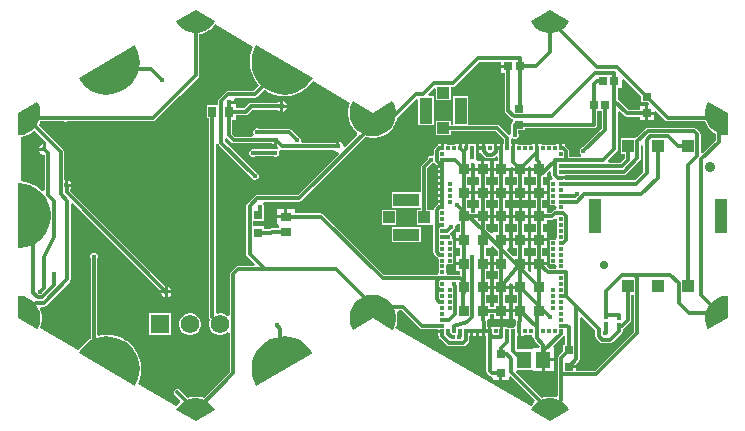
<source format=gbr>
G04*
G04 #@! TF.GenerationSoftware,Altium Limited,Altium Designer,25.8.1 (18)*
G04*
G04 Layer_Physical_Order=1*
G04 Layer_Color=255*
%FSLAX44Y44*%
%MOMM*%
G71*
G04*
G04 #@! TF.SameCoordinates,2BA7E10B-6E93-4220-B227-DF091A9E169F*
G04*
G04*
G04 #@! TF.FilePolarity,Positive*
G04*
G01*
G75*
%ADD18R,0.3000X0.5556*%
%ADD19R,0.3048X0.3048*%
%ADD20R,0.8128X0.8128*%
%ADD21R,0.3048X0.3048*%
%ADD22R,0.8000X0.6556*%
%ADD23R,1.2546X1.4562*%
%ADD24R,0.7000X0.7000*%
%ADD25R,0.9906X1.0922*%
%ADD26R,0.6400X0.8900*%
%ADD27R,0.7000X0.6500*%
G04:AMPARAMS|DCode=28|XSize=1mm|YSize=1mm|CornerRadius=0.5mm|HoleSize=0mm|Usage=FLASHONLY|Rotation=90.000|XOffset=0mm|YOffset=0mm|HoleType=Round|Shape=RoundedRectangle|*
%AMROUNDEDRECTD28*
21,1,1.0000,0.0000,0,0,90.0*
21,1,0.0000,1.0000,0,0,90.0*
1,1,1.0000,0.0000,0.0000*
1,1,1.0000,0.0000,0.0000*
1,1,1.0000,0.0000,0.0000*
1,1,1.0000,0.0000,0.0000*
%
%ADD28ROUNDEDRECTD28*%
%ADD29R,0.9500X0.8000*%
%ADD30R,0.7800X0.7400*%
%ADD31R,0.9906X2.9972*%
G04:AMPARAMS|DCode=32|XSize=1mm|YSize=1mm|CornerRadius=0.5mm|HoleSize=0mm|Usage=FLASHONLY|Rotation=30.000|XOffset=0mm|YOffset=0mm|HoleType=Round|Shape=RoundedRectangle|*
%AMROUNDEDRECTD32*
21,1,1.0000,0.0000,0,0,30.0*
21,1,0.0000,1.0000,0,0,30.0*
1,1,1.0000,0.0000,0.0000*
1,1,1.0000,0.0000,0.0000*
1,1,1.0000,0.0000,0.0000*
1,1,1.0000,0.0000,0.0000*
%
%ADD32ROUNDEDRECTD32*%
G04:AMPARAMS|DCode=33|XSize=1mm|YSize=1mm|CornerRadius=0.5mm|HoleSize=0mm|Usage=FLASHONLY|Rotation=150.000|XOffset=0mm|YOffset=0mm|HoleType=Round|Shape=RoundedRectangle|*
%AMROUNDEDRECTD33*
21,1,1.0000,0.0000,0,0,150.0*
21,1,0.0000,1.0000,0,0,150.0*
1,1,1.0000,0.0000,0.0000*
1,1,1.0000,0.0000,0.0000*
1,1,1.0000,0.0000,0.0000*
1,1,1.0000,0.0000,0.0000*
%
%ADD33ROUNDEDRECTD33*%
%ADD34R,0.8000X0.8000*%
%ADD41C,0.8890*%
%ADD42C,0.7112*%
%ADD43C,1.5700*%
%ADD44R,1.5700X1.5700*%
%ADD46R,0.9906X0.9906*%
%ADD47R,1.0414X2.2098*%
%ADD48R,0.9906X0.9906*%
%ADD49R,2.2098X1.0414*%
%ADD50C,0.3000*%
%ADD51C,0.4000*%
G36*
X163910Y164387D02*
X163116Y162923D01*
X161034Y160324D01*
X158522Y158138D01*
X155660Y156435D01*
X152541Y155268D01*
X149264Y154675D01*
X145934D01*
X142657Y155268D01*
X139538Y156435D01*
X136677Y158138D01*
X134165Y160324D01*
X132082Y162923D01*
X131289Y164387D01*
X131289Y164387D01*
X147599Y173778D01*
X163910Y164387D01*
D02*
G37*
G36*
X-136089D02*
X-136883Y162923D01*
X-138966Y160324D01*
X-141478Y158138D01*
X-144339Y156435D01*
X-147458Y155268D01*
X-150735Y154675D01*
X-154065D01*
X-157342Y155268D01*
X-160461Y156435D01*
X-163322Y158138D01*
X-165834Y160324D01*
X-167917Y162923D01*
X-168711Y164387D01*
X-168710Y164387D01*
X-152400Y173778D01*
X-136089Y164387D01*
D02*
G37*
G36*
X-103440Y142849D02*
X-103428Y142764D01*
X-105066Y138701D01*
X-105065Y138586D01*
X-105132Y138493D01*
X-106106Y134221D01*
X-106087Y134108D01*
X-106138Y134005D01*
X-106424Y129633D01*
X-106387Y129525D01*
X-106421Y129415D01*
X-106012Y125053D01*
X-105958Y124951D01*
X-105974Y124838D01*
X-104880Y120595D01*
X-104811Y120504D01*
X-104809Y120389D01*
X-103057Y116373D01*
X-102975Y116293D01*
X-102955Y116181D01*
X-100590Y112492D01*
X-100496Y112427D01*
X-100458Y112319D01*
X-98579Y110215D01*
X-103457Y105337D01*
X-124816D01*
X-125897Y105122D01*
X-126813Y104510D01*
X-126813Y104510D01*
X-132553Y98770D01*
X-133166Y97854D01*
X-133380Y96773D01*
X-133380Y96773D01*
Y95564D01*
X-133715Y93703D01*
X-142655D01*
Y82263D01*
X-141010D01*
Y59989D01*
X-141455Y58913D01*
Y57612D01*
X-141010Y56536D01*
Y-85545D01*
X-141010Y-85545D01*
X-140795Y-86626D01*
X-140182Y-87542D01*
X-139767Y-87957D01*
X-140127Y-88581D01*
X-140749Y-90901D01*
Y-93302D01*
X-140127Y-95622D01*
X-138926Y-97701D01*
X-137228Y-99399D01*
X-135149Y-100600D01*
X-132829Y-101222D01*
X-130428D01*
X-128108Y-100600D01*
X-126029Y-99399D01*
X-125475Y-98845D01*
X-123475Y-99674D01*
Y-132279D01*
X-145666Y-154471D01*
X-146976Y-153980D01*
X-147105Y-153985D01*
X-147213Y-153915D01*
X-150490Y-153322D01*
X-150616Y-153349D01*
X-150735Y-153300D01*
X-154065D01*
X-154184Y-153349D01*
X-154310Y-153322D01*
X-157587Y-153915D01*
X-157695Y-153985D01*
X-157824Y-153980D01*
X-159135Y-154471D01*
X-165897Y-147708D01*
X-166813Y-147096D01*
X-167894Y-146881D01*
X-168975Y-147096D01*
X-169891Y-147708D01*
X-170504Y-148624D01*
X-170718Y-149705D01*
X-170504Y-150786D01*
X-169891Y-151702D01*
X-165404Y-156189D01*
X-165473Y-158188D01*
X-166737Y-159288D01*
X-166794Y-159403D01*
X-166907Y-159465D01*
X-168702Y-161704D01*
X-201360Y-142849D01*
X-201372Y-142764D01*
X-199734Y-138701D01*
X-199735Y-138586D01*
X-199668Y-138493D01*
X-198694Y-134221D01*
X-198713Y-134108D01*
X-198662Y-134005D01*
X-198376Y-129633D01*
X-198413Y-129525D01*
X-198379Y-129415D01*
X-198788Y-125053D01*
X-198842Y-124951D01*
X-198826Y-124838D01*
X-199920Y-120595D01*
X-199989Y-120504D01*
X-199991Y-120389D01*
X-201742Y-116373D01*
X-201825Y-116293D01*
X-201845Y-116181D01*
X-204210Y-112492D01*
X-204305Y-112427D01*
X-204342Y-112319D01*
X-207261Y-109051D01*
X-207365Y-109001D01*
X-207419Y-108900D01*
X-210818Y-106136D01*
X-210928Y-106103D01*
X-210998Y-106012D01*
X-214791Y-103820D01*
X-214905Y-103805D01*
X-214988Y-103727D01*
X-219081Y-102163D01*
X-219196Y-102166D01*
X-219290Y-102101D01*
X-223579Y-101204D01*
X-223692Y-101226D01*
X-223796Y-101177D01*
X-228172Y-100970D01*
X-228280Y-101009D01*
X-228390Y-100977D01*
X-232744Y-101465D01*
X-232845Y-101521D01*
X-232958Y-101507D01*
X-234090Y-101821D01*
X-235682Y-100610D01*
Y-36526D01*
X-235236Y-35450D01*
Y-34149D01*
X-235734Y-32947D01*
X-236654Y-32027D01*
X-237856Y-31529D01*
X-239157D01*
X-240359Y-32027D01*
X-241278Y-32947D01*
X-241776Y-34149D01*
Y-35450D01*
X-241331Y-36526D01*
Y-104560D01*
X-241369Y-104577D01*
X-241447Y-104661D01*
X-241559Y-104683D01*
X-245204Y-107115D01*
X-245268Y-107210D01*
X-245375Y-107250D01*
X-248589Y-110228D01*
X-248637Y-110332D01*
X-248737Y-110388D01*
X-251439Y-113837D01*
X-251540Y-113878D01*
X-284290Y-94970D01*
X-283249Y-92297D01*
X-283251Y-92168D01*
X-283180Y-92061D01*
X-282543Y-88792D01*
X-282569Y-88666D01*
X-282518Y-88548D01*
X-282473Y-85218D01*
X-282521Y-85098D01*
X-282492Y-84973D01*
X-283040Y-81688D01*
X-283109Y-81579D01*
X-283102Y-81451D01*
X-283957Y-79069D01*
X-282989Y-77297D01*
X-282712Y-77069D01*
X-281073D01*
X-281073Y-77069D01*
X-279992Y-76854D01*
X-279076Y-76242D01*
X-259029Y-56194D01*
X-258417Y-55278D01*
X-258202Y-54197D01*
X-258202Y-54197D01*
Y9531D01*
X-256354Y10296D01*
X-182556Y-63501D01*
X-178562D01*
Y-59507D01*
X-258849Y20780D01*
Y22053D01*
X-258016Y22886D01*
X-257477Y24188D01*
X-261865D01*
Y25458D01*
X-263135D01*
Y30243D01*
X-263810Y30695D01*
Y53767D01*
X-263810Y53767D01*
X-264025Y54848D01*
X-264638Y55764D01*
X-285296Y76422D01*
X-284331Y78093D01*
X-284314Y78221D01*
X-284227Y78316D01*
X-283703Y79776D01*
X-264363D01*
X-263287Y79331D01*
X-261986D01*
X-260910Y79776D01*
X-188417D01*
X-188416Y79776D01*
X-187335Y79991D01*
X-186419Y80604D01*
X-165897Y101126D01*
X-150403Y116620D01*
X-150403Y116620D01*
X-149791Y117536D01*
X-149576Y118617D01*
Y153488D01*
X-147213Y153915D01*
X-147105Y153985D01*
X-146976Y153980D01*
X-143857Y155147D01*
X-143763Y155235D01*
X-143636Y155254D01*
X-140774Y156957D01*
X-140697Y157060D01*
X-140575Y157101D01*
X-138063Y159288D01*
X-138006Y159403D01*
X-137893Y159465D01*
X-136098Y161704D01*
X-103440Y142849D01*
D02*
G37*
G36*
X105874Y127765D02*
X112313D01*
Y125225D01*
X105874D01*
Y120255D01*
X109489D01*
Y88853D01*
X109489Y88853D01*
X109704Y87772D01*
X110316Y86856D01*
X115097Y82076D01*
X116013Y81463D01*
X116189Y81428D01*
X116362Y80890D01*
X116400Y79347D01*
X115859Y78985D01*
X115246Y78069D01*
X115031Y76988D01*
Y70051D01*
X114673Y69186D01*
X113718Y68745D01*
X112586Y68445D01*
X105040Y75991D01*
X104123Y76603D01*
X103042Y76818D01*
X103042Y76818D01*
X78592D01*
Y101172D01*
X65638D01*
Y76818D01*
X63606D01*
Y80217D01*
X51160D01*
Y67771D01*
X63606D01*
Y71170D01*
X101873D01*
X108764Y64278D01*
Y60893D01*
X107859D01*
Y56829D01*
X105319D01*
Y60893D01*
X102859D01*
Y56829D01*
X100319D01*
Y60893D01*
X97525D01*
Y60893D01*
X95653D01*
Y60893D01*
X92859D01*
Y56829D01*
X90319D01*
Y60893D01*
X87859D01*
Y56829D01*
Y52765D01*
X89320D01*
X89592Y52358D01*
X92640Y49310D01*
X92640Y49310D01*
X93556Y48698D01*
X94637Y48482D01*
X94637Y48483D01*
X98806D01*
X98806Y48482D01*
X99887Y48698D01*
X100803Y49310D01*
X101765Y50272D01*
X103765Y49443D01*
Y45933D01*
X99985D01*
Y40599D01*
X106589D01*
X113399D01*
X115193Y41500D01*
X115985Y40910D01*
Y40599D01*
X122589D01*
X129193D01*
Y41214D01*
X129985Y41820D01*
X131985Y40833D01*
Y40599D01*
X138589D01*
Y38059D01*
X131985D01*
Y32725D01*
X135765D01*
Y25933D01*
X131985D01*
Y20599D01*
X138589D01*
X145193D01*
Y25933D01*
X141413D01*
Y32008D01*
X142130Y32725D01*
X145193D01*
Y35788D01*
X146966Y37561D01*
X148813Y36795D01*
Y34543D01*
X148813Y34543D01*
X149029Y33462D01*
X149641Y32546D01*
X150564Y31623D01*
X149735Y29623D01*
X147295D01*
Y19035D01*
Y9035D01*
X152059D01*
X153247Y7186D01*
X152738Y5893D01*
X152525D01*
Y4653D01*
X152146D01*
X151065Y4438D01*
X150149Y3826D01*
X150149Y3826D01*
X148476Y2153D01*
X145193D01*
Y5933D01*
X141254D01*
Y12725D01*
X145193D01*
Y18059D01*
X138589D01*
X131985D01*
Y12725D01*
X135605D01*
Y5933D01*
X131985D01*
Y599D01*
X138589D01*
Y-1941D01*
X131985D01*
Y-7275D01*
X135765D01*
Y-14067D01*
X131985D01*
Y-19401D01*
X138589D01*
X145193D01*
Y-14067D01*
X141413D01*
Y-7275D01*
X145193D01*
Y-3496D01*
X149645D01*
X149645Y-3496D01*
X150726Y-3280D01*
X150908Y-3159D01*
X151933Y-2573D01*
X153795Y-3344D01*
Y-10965D01*
Y-19107D01*
X152525D01*
Y-20377D01*
X147295D01*
Y-30965D01*
Y-40965D01*
X152059D01*
X153247Y-42814D01*
X152738Y-44107D01*
X152525D01*
Y-45346D01*
X147258D01*
X145193Y-43281D01*
Y-41941D01*
X138589D01*
X131985D01*
Y-46989D01*
X130404Y-48258D01*
X129193Y-47166D01*
Y-41941D01*
X122589D01*
Y-39401D01*
X129193D01*
Y-34067D01*
X125413D01*
Y-27275D01*
X129193D01*
Y-21941D01*
X122589D01*
X115985D01*
Y-27275D01*
X119765D01*
Y-34067D01*
X115985D01*
X115985Y-34067D01*
Y-34067D01*
X114639Y-32727D01*
X111187Y-29275D01*
X112015Y-27275D01*
X113193D01*
Y-21941D01*
X106589D01*
Y-19401D01*
X113193D01*
Y-14067D01*
X109413D01*
Y-7275D01*
X113193D01*
Y-1941D01*
X106589D01*
X99985D01*
Y-7275D01*
X103765D01*
Y-14067D01*
X99985D01*
Y-14174D01*
X97985Y-15162D01*
X97193Y-14556D01*
Y-14067D01*
X95979D01*
X93413Y-11501D01*
Y-7275D01*
X97193D01*
Y-1941D01*
X90589D01*
Y599D01*
X97193D01*
Y5933D01*
X93413D01*
Y12725D01*
X97193D01*
Y18059D01*
X90589D01*
X83985D01*
Y12725D01*
X87765D01*
Y5933D01*
X83985D01*
Y2153D01*
X81193D01*
Y5933D01*
X77413D01*
Y12725D01*
X81193D01*
Y18059D01*
X74589D01*
Y20599D01*
X81193D01*
Y25933D01*
X77413D01*
Y32725D01*
X81193D01*
Y38059D01*
X74589D01*
Y40599D01*
X81193D01*
Y44157D01*
X81242Y44615D01*
X82199Y44892D01*
X83985Y43383D01*
Y40599D01*
X89319D01*
Y45933D01*
X86153D01*
X85716Y46419D01*
X85026Y47933D01*
X85312Y48624D01*
Y49925D01*
X84964Y50765D01*
X85319Y51709D01*
Y56829D01*
Y60893D01*
X82525D01*
Y60893D01*
X80653D01*
X80653Y60893D01*
X77859D01*
Y56829D01*
X75319D01*
Y60893D01*
X72859D01*
Y56829D01*
X70319D01*
Y60893D01*
X67525D01*
Y59623D01*
X60652D01*
Y60893D01*
X57859D01*
Y56829D01*
X55318D01*
Y60893D01*
X52524D01*
Y59106D01*
X52105Y58826D01*
X50073Y56794D01*
X49461Y55878D01*
X49246Y54797D01*
X49246Y54797D01*
Y52118D01*
X47894Y50513D01*
X46593D01*
X45392Y50015D01*
X44472Y49095D01*
X44026Y48019D01*
X39012Y43005D01*
X38400Y42089D01*
X38185Y41008D01*
X38185Y41008D01*
Y19702D01*
X13831D01*
Y6748D01*
X38185D01*
Y4716D01*
X34786D01*
Y-7730D01*
X47232D01*
Y-7730D01*
X48991Y-8311D01*
Y-10457D01*
X48991Y-10457D01*
X48991Y-10457D01*
Y-30885D01*
X48991Y-30885D01*
X49207Y-31966D01*
X49819Y-32882D01*
X52105Y-35168D01*
X52105Y-35168D01*
X52524Y-35449D01*
Y-37235D01*
X53794D01*
Y-49107D01*
X52524D01*
Y-50347D01*
X7096D01*
X-44153Y902D01*
X-45070Y1514D01*
X-46150Y1729D01*
X-46151Y1729D01*
X-68631D01*
Y5445D01*
X-74651D01*
Y-1095D01*
X-75921D01*
Y-2365D01*
X-83211D01*
Y-7635D01*
X-81941Y-8325D01*
Y-10770D01*
X-87762D01*
X-88842Y-10985D01*
X-89759Y-11598D01*
X-89759Y-11598D01*
X-89901Y-11740D01*
X-94226D01*
Y-9294D01*
X-103856D01*
Y-4834D01*
X-94226D01*
Y5706D01*
X-94226D01*
X-94508Y6129D01*
X-94266Y6714D01*
Y8015D01*
X-94764Y9217D01*
X-95199Y9653D01*
X-94514Y11653D01*
X-64723D01*
X-64723Y11652D01*
X-63642Y11868D01*
X-62726Y12480D01*
X-8568Y66638D01*
X-7553Y66289D01*
X-7425Y66297D01*
X-7315Y66230D01*
X-3857Y65700D01*
X-3732Y65731D01*
X-3612Y65685D01*
X-2400Y65718D01*
X-1189Y65685D01*
X-1069Y65731D01*
X-944Y65700D01*
X2514Y66230D01*
X2624Y66297D01*
X2753Y66289D01*
X6061Y67425D01*
X6158Y67510D01*
X6286Y67526D01*
X9340Y69232D01*
X9419Y69333D01*
X9542Y69371D01*
X12244Y71593D01*
X12305Y71707D01*
X12419Y71766D01*
X14682Y74433D01*
X14722Y74556D01*
X14824Y74634D01*
X16576Y77662D01*
X16594Y77789D01*
X16680Y77884D01*
X17866Y81176D01*
X17860Y81304D01*
X17929Y81413D01*
X18100Y82431D01*
X34174Y98505D01*
X36174Y97676D01*
Y76534D01*
X49128D01*
Y101172D01*
X45296D01*
X44531Y103020D01*
X49160Y107649D01*
X51160Y106820D01*
Y97489D01*
X63606D01*
Y108935D01*
X65532D01*
X65532Y108934D01*
X66613Y109150D01*
X67529Y109762D01*
X88038Y130271D01*
X105874D01*
Y127765D01*
D02*
G37*
G36*
X-53382Y116601D02*
X-54443Y114685D01*
X-57145Y111236D01*
X-60359Y108258D01*
X-64004Y105827D01*
X-67987Y104003D01*
X-72209Y102831D01*
X-76563Y102343D01*
X-80940Y102550D01*
X-85228Y103447D01*
X-89321Y105010D01*
X-93115Y107202D01*
X-96514Y109967D01*
X-99432Y113234D01*
X-101798Y116923D01*
X-103549Y120939D01*
X-104643Y125181D01*
X-105052Y129543D01*
X-104766Y133915D01*
X-103791Y138187D01*
X-102153Y142250D01*
X-101023Y144127D01*
X-101023D01*
X-53382Y116601D01*
D02*
G37*
G36*
X-202692Y142205D02*
X-201056Y138140D01*
X-200084Y133868D01*
X-199801Y129496D01*
X-200212Y125134D01*
X-201309Y120892D01*
X-203063Y116877D01*
X-205431Y113190D01*
X-208351Y109925D01*
X-211752Y107162D01*
X-215547Y104973D01*
X-219641Y103411D01*
X-223930Y102517D01*
X-228307Y102313D01*
X-232660Y102804D01*
X-236882Y103978D01*
X-240864Y105805D01*
X-244507Y108239D01*
X-247719Y111219D01*
X-250419Y114669D01*
X-251479Y116586D01*
X-251479Y116586D01*
X-203821Y144082D01*
X-202692Y142205D01*
D02*
G37*
G36*
X-21390Y95478D02*
X-22535Y92521D01*
X-22532Y92393D01*
X-22603Y92285D01*
X-23265Y88850D01*
X-23239Y88724D01*
X-23290Y88606D01*
X-23330Y85108D01*
X-23283Y84988D01*
X-23311Y84863D01*
X-22729Y81413D01*
X-22661Y81304D01*
X-22667Y81176D01*
X-21481Y77884D01*
X-21394Y77789D01*
X-21377Y77662D01*
X-19624Y74634D01*
X-19522Y74556D01*
X-19483Y74433D01*
X-17220Y71766D01*
X-17105Y71707D01*
X-17045Y71593D01*
X-15610Y70413D01*
X-15425Y67769D01*
X-25492Y57701D01*
X-27464Y58558D01*
Y59576D01*
X-28155Y61245D01*
X-29432Y62522D01*
X-30734Y63061D01*
Y58673D01*
X-33274D01*
Y63061D01*
X-34576Y62522D01*
X-35600Y61497D01*
X-62137D01*
X-63532Y63356D01*
Y64657D01*
X-64030Y65859D01*
X-64950Y66779D01*
X-66026Y67225D01*
X-71409Y72608D01*
X-72325Y73220D01*
X-73406Y73435D01*
X-73406Y73435D01*
X-98858D01*
X-99934Y73881D01*
X-101235D01*
X-102437Y73383D01*
X-103356Y72463D01*
X-103854Y71261D01*
Y69960D01*
X-103356Y68759D01*
X-104257Y66831D01*
X-118972D01*
X-121361Y69220D01*
Y80993D01*
X-118445D01*
Y85159D01*
X-110072D01*
X-110071Y85159D01*
X-108991Y85374D01*
X-108075Y85986D01*
X-104517Y89543D01*
X-83138D01*
X-82114Y88519D01*
X-80812Y87979D01*
Y92367D01*
Y96755D01*
X-82114Y96216D01*
X-83138Y95192D01*
X-105687D01*
X-105687Y95192D01*
X-106768Y94977D01*
X-107684Y94365D01*
X-107684Y94364D01*
X-111241Y90807D01*
X-118445D01*
Y94487D01*
X-124185D01*
Y97027D01*
X-119797D01*
X-120071Y97688D01*
X-119244Y99362D01*
X-118900Y99688D01*
X-102288D01*
X-102288Y99688D01*
X-101207Y99903D01*
X-100290Y100515D01*
X-95556Y105250D01*
X-93802Y106012D01*
X-90009Y103820D01*
X-89895Y103805D01*
X-89812Y103726D01*
X-85719Y102163D01*
X-85604Y102166D01*
X-85510Y102101D01*
X-81221Y101204D01*
X-81108Y101226D01*
X-81004Y101177D01*
X-76628Y100970D01*
X-76520Y101009D01*
X-76410Y100977D01*
X-72056Y101465D01*
X-71955Y101521D01*
X-71842Y101507D01*
X-67620Y102678D01*
X-67529Y102748D01*
X-67415Y102753D01*
X-63431Y104577D01*
X-63353Y104661D01*
X-63241Y104683D01*
X-59596Y107115D01*
X-59532Y107210D01*
X-59425Y107250D01*
X-56211Y110228D01*
X-56163Y110332D01*
X-56063Y110388D01*
X-53361Y113837D01*
X-53261Y113878D01*
X-21390Y95478D01*
D02*
G37*
G36*
X224760Y101240D02*
Y95695D01*
X230305D01*
X231647Y94352D01*
X230882Y92505D01*
X230800D01*
Y87734D01*
X235569D01*
Y87817D01*
X237417Y88583D01*
X245396Y80604D01*
X245396Y80604D01*
X246313Y79991D01*
X247393Y79776D01*
X278936D01*
X279460Y78316D01*
X279546Y78221D01*
X279563Y78093D01*
X281228Y75209D01*
X281330Y75131D01*
X281369Y75008D01*
X283521Y72467D01*
X283636Y72408D01*
X283696Y72294D01*
X286267Y70177D01*
X286390Y70139D01*
X286469Y70038D01*
X287876Y69251D01*
Y63473D01*
X276960Y52557D01*
X275112Y53322D01*
Y68563D01*
X275112Y68564D01*
X274897Y69644D01*
X274285Y70561D01*
X271476Y73370D01*
X270559Y73982D01*
X269479Y74197D01*
X269478Y74197D01*
X230378D01*
X230378Y74197D01*
X229297Y73982D01*
X228381Y73370D01*
X228381Y73370D01*
X221424Y66413D01*
X219972Y65263D01*
Y65263D01*
X219972Y65263D01*
X207526D01*
Y51801D01*
X210925D01*
Y48215D01*
X207364Y44653D01*
X197313D01*
X196484Y46653D01*
X204220Y54390D01*
X204221Y54390D01*
X204833Y55306D01*
X205048Y56387D01*
X205048Y56387D01*
Y87595D01*
X206896Y88361D01*
X210789Y84467D01*
X210789Y84467D01*
X211705Y83855D01*
X212786Y83640D01*
X212786Y83640D01*
X223489D01*
Y80424D01*
X228260D01*
Y86465D01*
Y92505D01*
X223489D01*
Y89289D01*
X213956D01*
X205048Y98197D01*
Y107793D01*
X208663D01*
Y114723D01*
X210511Y115489D01*
X224760Y101240D01*
D02*
G37*
G36*
X298130Y86890D02*
X298152Y68069D01*
X296488Y68025D01*
X293196Y68529D01*
X290047Y69612D01*
X287141Y71238D01*
X284571Y73355D01*
X282419Y75897D01*
X280753Y78781D01*
X279629Y81915D01*
X279080Y85200D01*
X279125Y88529D01*
X279762Y91798D01*
X280971Y94901D01*
X281842Y96320D01*
X281842D01*
X298130Y86890D01*
D02*
G37*
G36*
X-285738Y94901D02*
X-284529Y91798D01*
X-283892Y88529D01*
X-283847Y85200D01*
X-284396Y81915D01*
X-285521Y78781D01*
X-287186Y75897D01*
X-289338Y73355D01*
X-291908Y71238D01*
X-294814Y69612D01*
X-297964Y68529D01*
X-301255Y68025D01*
X-302920Y68069D01*
Y68069D01*
X-302897Y86890D01*
X-286609Y96320D01*
X-285738Y94901D01*
D02*
G37*
G36*
X-279128Y62267D02*
X-279400Y61480D01*
Y55879D01*
X-280670D01*
Y54609D01*
X-285058D01*
X-284519Y53307D01*
X-283242Y52030D01*
X-281573Y51339D01*
X-280124D01*
X-280112Y51327D01*
Y21330D01*
X-282112Y20492D01*
X-283761Y22112D01*
X-283867Y22155D01*
X-283928Y22252D01*
X-287500Y24789D01*
X-287612Y24815D01*
X-287687Y24901D01*
X-291615Y26842D01*
X-291730Y26849D01*
X-291818Y26923D01*
X-296004Y28217D01*
X-296118Y28206D01*
X-296217Y28265D01*
X-300555Y28881D01*
X-300595Y28912D01*
Y66735D01*
X-297756Y67170D01*
X-297645Y67237D01*
X-297517Y67229D01*
X-294368Y68312D01*
X-294271Y68397D01*
X-294143Y68412D01*
X-291237Y70038D01*
X-291157Y70139D01*
X-291034Y70177D01*
X-288843Y71982D01*
X-279128Y62267D01*
D02*
G37*
G36*
X-2400Y87176D02*
X14278Y96781D01*
X15189Y95288D01*
X16452Y92025D01*
X17114Y88590D01*
X17155Y85092D01*
X16573Y81642D01*
X15387Y78351D01*
X13634Y75323D01*
X11371Y72655D01*
X8669Y70432D01*
X5615Y68726D01*
X2306Y67589D01*
X-1152Y67059D01*
X-2400Y67093D01*
X-3649Y67059D01*
X-7107Y67589D01*
X-10416Y68726D01*
X-13470Y70432D01*
X-16171Y72655D01*
X-18435Y75323D01*
X-20187Y78351D01*
X-21374Y81642D01*
X-21956Y85092D01*
X-21915Y88590D01*
X-21253Y92025D01*
X-19990Y95288D01*
X-19079Y96781D01*
Y96781D01*
X-2400Y87176D01*
D02*
G37*
G36*
X191597Y73924D02*
X175245Y57573D01*
X174170Y57127D01*
X173250Y56207D01*
X172752Y55005D01*
Y53704D01*
X173250Y52502D01*
X174099Y51653D01*
X174081Y51280D01*
X173602Y49653D01*
X163860D01*
Y54355D01*
X163645Y55436D01*
X163033Y56352D01*
X163033Y56352D01*
X160653Y58732D01*
Y60893D01*
X157859D01*
Y56829D01*
X155319D01*
Y60893D01*
X152525D01*
Y59623D01*
X140653D01*
Y60893D01*
X137859D01*
Y56829D01*
X135319D01*
Y60893D01*
X132525D01*
Y59623D01*
X120653D01*
Y60893D01*
X117859D01*
Y56829D01*
X115319D01*
Y60893D01*
X114413D01*
Y64315D01*
X115025Y64791D01*
X116413Y65383D01*
X117205Y65055D01*
X118506D01*
X119708Y65553D01*
X120628Y66473D01*
X121126Y67674D01*
Y68975D01*
X120680Y70051D01*
Y72468D01*
X126565D01*
Y74164D01*
X184621D01*
X185702Y74379D01*
X186618Y74991D01*
X187230Y75908D01*
X187445Y76988D01*
Y88495D01*
X191597D01*
Y73924D01*
D02*
G37*
G36*
X226784Y59002D02*
Y36975D01*
X219462Y29653D01*
X160653D01*
Y30559D01*
X156589D01*
Y33099D01*
X160653D01*
Y34005D01*
X210058D01*
X210058Y34004D01*
X211139Y34220D01*
X212055Y34832D01*
X223739Y46516D01*
X223739Y46516D01*
X224351Y47432D01*
X224566Y48513D01*
Y59925D01*
X224784Y60071D01*
X226784Y59002D01*
D02*
G37*
G36*
X-122139Y62010D02*
X-122139Y62010D01*
X-121223Y61398D01*
X-120142Y61182D01*
X-120142Y61183D01*
X-88178D01*
X-87154Y60158D01*
X-85852Y59619D01*
Y64007D01*
X-83312D01*
Y58743D01*
X-83280Y58710D01*
X-83010Y57120D01*
X-83217Y56484D01*
X-85164Y56355D01*
X-85472D01*
X-86548Y55909D01*
X-102160D01*
X-103236Y56355D01*
X-104537D01*
X-105738Y55857D01*
X-106658Y54937D01*
X-107156Y53735D01*
Y52434D01*
X-106658Y51233D01*
X-105738Y50313D01*
X-104537Y49815D01*
X-103236D01*
X-102160Y50261D01*
X-86548D01*
X-85472Y49815D01*
X-84171D01*
X-82970Y50313D01*
X-82050Y51233D01*
X-81552Y52434D01*
X-81552Y53735D01*
X-81921Y54863D01*
X-81908Y54886D01*
X-80329Y56063D01*
X-79248Y55848D01*
X-79248Y55849D01*
X-35600D01*
X-34576Y54824D01*
X-32907Y54133D01*
X-31890D01*
X-31033Y52161D01*
X-65893Y17301D01*
X-100330D01*
X-101411Y17086D01*
X-102327Y16474D01*
X-102327Y16474D01*
X-108677Y10124D01*
X-109290Y9208D01*
X-109504Y8127D01*
X-109504Y8127D01*
Y-32767D01*
X-109504Y-32767D01*
X-109290Y-33848D01*
X-108677Y-34764D01*
X-102392Y-41049D01*
X-103158Y-42897D01*
X-116586D01*
X-117667Y-43112D01*
X-118583Y-43724D01*
X-118583Y-43724D01*
X-122647Y-47788D01*
X-123259Y-48704D01*
X-123475Y-49785D01*
X-123475Y-49785D01*
Y-84530D01*
X-125475Y-85358D01*
X-126029Y-84804D01*
X-128108Y-83603D01*
X-130428Y-82982D01*
X-132829D01*
X-133361Y-83124D01*
X-135361Y-81589D01*
Y56536D01*
X-134915Y57612D01*
Y58913D01*
X-135232Y59677D01*
X-135053Y60139D01*
X-134478Y60292D01*
X-132881Y60215D01*
X-132553Y59724D01*
X-105552Y32722D01*
X-105106Y31646D01*
X-104186Y30726D01*
X-102984Y30228D01*
X-101683D01*
X-100481Y30726D01*
X-99562Y31646D01*
X-99064Y32848D01*
Y34149D01*
X-99562Y35351D01*
X-100481Y36270D01*
X-101558Y36716D01*
X-127732Y62891D01*
Y64866D01*
X-127510Y65036D01*
X-125732Y65602D01*
X-122139Y62010D01*
D02*
G37*
G36*
X50056Y44376D02*
X50073Y44351D01*
X51324Y43099D01*
X56589D01*
Y40559D01*
X52524D01*
Y38099D01*
X56589D01*
Y35559D01*
X52524D01*
Y33099D01*
X56589D01*
Y30559D01*
X52524D01*
Y28099D01*
X56589D01*
Y25559D01*
X52524D01*
Y23099D01*
X56589D01*
Y20559D01*
X52524D01*
Y18099D01*
X56589D01*
Y15559D01*
X52524D01*
Y13099D01*
X56589D01*
Y10559D01*
X52524D01*
Y9106D01*
X52105Y8826D01*
X52105Y8826D01*
X49819Y6540D01*
X49207Y5624D01*
X49093Y5052D01*
X47232Y4716D01*
X47142Y4716D01*
X43833D01*
Y39838D01*
X48020Y44025D01*
X49096Y44471D01*
X50056Y44376D01*
D02*
G37*
G36*
X71597Y-14067D02*
X67985D01*
Y-19401D01*
X74589D01*
Y-21941D01*
X67985D01*
Y-27275D01*
X71765D01*
Y-34067D01*
X67985D01*
Y-39401D01*
X74589D01*
Y-41941D01*
X67985D01*
Y-47275D01*
X71852D01*
Y-49878D01*
X71280Y-50347D01*
X71280Y-50347D01*
X60652D01*
Y-49107D01*
X59383D01*
Y-42587D01*
X60295Y-40965D01*
X65883D01*
Y-30965D01*
Y-20377D01*
X65883D01*
X64484Y-18940D01*
Y-17639D01*
X63986Y-16437D01*
X63066Y-15517D01*
X63909Y-13746D01*
X64784Y-12871D01*
X65860Y-12425D01*
X66780Y-11506D01*
X67278Y-10304D01*
Y-9003D01*
X67268Y-8978D01*
X68727Y-7275D01*
X71597D01*
Y-14067D01*
D02*
G37*
G36*
X-296410Y26904D02*
X-292224Y25609D01*
X-288296Y23669D01*
X-284724Y21131D01*
X-281599Y18060D01*
X-278999Y14534D01*
X-276990Y10640D01*
X-275622Y6478D01*
X-274930Y2152D01*
X-274932Y-2230D01*
X-275627Y-6556D01*
X-276997Y-10717D01*
X-279008Y-14610D01*
X-281611Y-18134D01*
X-284738Y-21203D01*
X-288311Y-23739D01*
X-292240Y-25677D01*
X-296427Y-26968D01*
X-300765Y-27582D01*
X-302955Y-27541D01*
Y-27541D01*
X-302938Y27480D01*
X-300748Y27520D01*
X-296410Y26904D01*
D02*
G37*
G36*
X2306Y-67589D02*
X5615Y-68726D01*
X8669Y-70432D01*
X11371Y-72655D01*
X13634Y-75323D01*
X15387Y-78351D01*
X16573Y-81642D01*
X17155Y-85092D01*
X17114Y-88590D01*
X16452Y-92025D01*
X15189Y-95288D01*
X14278Y-96781D01*
X-2400Y-87176D01*
X-19079Y-96781D01*
X-19990Y-95288D01*
X-21253Y-92025D01*
X-21915Y-88590D01*
X-21956Y-85092D01*
X-21374Y-81642D01*
X-20187Y-78351D01*
X-18435Y-75323D01*
X-16171Y-72655D01*
X-13470Y-70432D01*
X-10416Y-68726D01*
X-7107Y-67589D01*
X-3649Y-67059D01*
X-2400Y-67093D01*
X-1152Y-67059D01*
X2306Y-67589D01*
D02*
G37*
G36*
X99985Y-26786D02*
Y-27275D01*
X101199D01*
X103602Y-29678D01*
Y-34067D01*
X99985D01*
Y-39401D01*
X106589D01*
Y-41941D01*
X99985D01*
Y-47275D01*
X103765D01*
Y-54067D01*
X99985D01*
Y-59401D01*
X106589D01*
X113193D01*
Y-57705D01*
X113985Y-57041D01*
X115985Y-57975D01*
Y-59401D01*
X122589D01*
Y-61941D01*
X115985D01*
Y-67275D01*
X119765D01*
Y-74067D01*
X115985D01*
Y-79401D01*
X122589D01*
Y-81941D01*
X115985D01*
Y-87275D01*
X117669D01*
X118207Y-87948D01*
X118907Y-89275D01*
X118764Y-89994D01*
X118764Y-89994D01*
Y-92621D01*
X117525Y-94107D01*
X116052Y-95377D01*
X111995D01*
X110653Y-94107D01*
X110653Y-94107D01*
X110653Y-94107D01*
X107859D01*
Y-98171D01*
X105319D01*
Y-94107D01*
X102525D01*
Y-94107D01*
X100653D01*
Y-94107D01*
X97859D01*
Y-98171D01*
X95319D01*
Y-94107D01*
X94413D01*
Y-89812D01*
X94306Y-89275D01*
X95194Y-87718D01*
X95630Y-87275D01*
X97193D01*
Y-83495D01*
X99985D01*
Y-87275D01*
X105319D01*
Y-80671D01*
X106589D01*
Y-79401D01*
X113193D01*
Y-74067D01*
X109413D01*
Y-67275D01*
X113193D01*
Y-61941D01*
X106589D01*
X99985D01*
Y-67275D01*
X103765D01*
Y-74067D01*
X99985D01*
Y-77847D01*
X97193D01*
Y-74067D01*
X93413D01*
Y-67275D01*
X97193D01*
Y-61941D01*
X90589D01*
Y-59401D01*
X97193D01*
Y-54067D01*
X93413D01*
Y-47275D01*
X97193D01*
Y-41941D01*
X90589D01*
Y-39401D01*
X97193D01*
Y-34067D01*
X93248D01*
Y-27275D01*
X97193D01*
Y-27168D01*
X99193Y-26180D01*
X99985Y-26786D01*
D02*
G37*
G36*
X298152Y-68069D02*
X298152Y-68069D01*
X298130Y-86890D01*
X281842Y-96320D01*
X280971Y-94901D01*
X279762Y-91798D01*
X279125Y-88529D01*
X279080Y-85200D01*
X279629Y-81915D01*
X280753Y-78781D01*
X282419Y-75897D01*
X284571Y-73355D01*
X287141Y-71238D01*
X290047Y-69612D01*
X293196Y-68529D01*
X296488Y-68025D01*
X298152Y-68069D01*
D02*
G37*
G36*
X-297964Y-68529D02*
X-294814Y-69612D01*
X-291908Y-71238D01*
X-289338Y-73355D01*
X-287186Y-75897D01*
X-285521Y-78781D01*
X-284396Y-81915D01*
X-283847Y-85200D01*
X-283892Y-88529D01*
X-284529Y-91798D01*
X-285738Y-94901D01*
X-286609Y-96320D01*
X-286609Y-96320D01*
X-302897Y-86890D01*
X-302920Y-68069D01*
X-301255Y-68025D01*
X-297964Y-68529D01*
D02*
G37*
G36*
X14278Y-96781D02*
X14278D01*
D01*
X14278D01*
D02*
G37*
G36*
X218918Y-98653D02*
X185774Y-131797D01*
X169614D01*
Y-129315D01*
X163574D01*
Y-126775D01*
X169614D01*
Y-125999D01*
X171923Y-123690D01*
X171923Y-123690D01*
X172535Y-122774D01*
X172750Y-121693D01*
X172750Y-121693D01*
Y-86493D01*
X174598Y-85727D01*
X186152Y-97281D01*
Y-102035D01*
X186152Y-102036D01*
X186367Y-103116D01*
X186979Y-104033D01*
X190081Y-107135D01*
X190997Y-107747D01*
X192078Y-107962D01*
X192078Y-107962D01*
X198647D01*
X198647Y-107962D01*
X199728Y-107747D01*
X200644Y-107135D01*
X207730Y-100049D01*
X207730Y-100049D01*
X208342Y-99133D01*
X208417Y-98758D01*
X209773D01*
Y-95976D01*
X210531Y-95470D01*
X215746Y-90255D01*
X215746Y-90255D01*
X216359Y-89338D01*
X216574Y-88258D01*
X216574Y-88257D01*
Y-67469D01*
X218918D01*
Y-98653D01*
D02*
G37*
G36*
X160653Y-102235D02*
X160749Y-104195D01*
Y-109275D01*
X158804D01*
Y-114821D01*
X154975Y-118650D01*
X154362Y-119566D01*
X154148Y-120647D01*
X154148Y-120647D01*
Y-152549D01*
X154036Y-152661D01*
X152148Y-153799D01*
X149509Y-153322D01*
X149383Y-153349D01*
X149264Y-153300D01*
X145934D01*
X145815Y-153349D01*
X145689Y-153322D01*
X142413Y-153915D01*
X142304Y-153985D01*
X142176Y-153980D01*
X140865Y-154471D01*
X118919Y-132525D01*
X119748Y-130525D01*
X133046D01*
X133206Y-131795D01*
X140749D01*
Y-121974D01*
X142019D01*
Y-120704D01*
X150832D01*
Y-112153D01*
X150832D01*
X150189Y-110600D01*
X158554Y-102235D01*
X160653D01*
D02*
G37*
G36*
X122859D02*
X125653D01*
Y-100965D01*
X132525D01*
Y-102235D01*
X132646D01*
X133764Y-103887D01*
X133980Y-104968D01*
X134592Y-105884D01*
X138861Y-110153D01*
X138388Y-112153D01*
X133206D01*
X133046Y-113423D01*
X119413D01*
Y-102235D01*
X120319D01*
Y-98171D01*
X122859D01*
Y-102235D01*
D02*
G37*
G36*
X-72140Y-102804D02*
X-67918Y-103978D01*
X-63936Y-105805D01*
X-60293Y-108239D01*
X-57081Y-111219D01*
X-54381Y-114669D01*
X-53321Y-116586D01*
X-100979Y-144082D01*
X-102108Y-142205D01*
X-103744Y-138140D01*
X-104716Y-133868D01*
X-105000Y-129496D01*
X-104588Y-125134D01*
X-103491Y-120892D01*
X-101737Y-116877D01*
X-99369Y-113190D01*
X-96449Y-109925D01*
X-93048Y-107162D01*
X-89253Y-104973D01*
X-85159Y-103411D01*
X-80870Y-102517D01*
X-76493Y-102313D01*
X-72140Y-102804D01*
D02*
G37*
G36*
X-223860Y-102550D02*
X-219572Y-103447D01*
X-215479Y-105011D01*
X-211685Y-107202D01*
X-208286Y-109967D01*
X-205368Y-113234D01*
X-203002Y-116923D01*
X-201251Y-120939D01*
X-200157Y-125181D01*
X-199748Y-129543D01*
X-200034Y-133915D01*
X-201009Y-138187D01*
X-202647Y-142250D01*
X-203777Y-144127D01*
Y-144127D01*
X-251418Y-116601D01*
X-250357Y-114685D01*
X-247655Y-111236D01*
X-244441Y-108259D01*
X-240796Y-105827D01*
X-236813Y-104003D01*
X-232591Y-102831D01*
X-228237Y-102343D01*
X-223860Y-102550D01*
D02*
G37*
G36*
X37205Y-95168D02*
X37205Y-95168D01*
X38121Y-95780D01*
X39202Y-95995D01*
X39202Y-95995D01*
X52524D01*
Y-96901D01*
X56589D01*
Y-99441D01*
X52524D01*
Y-102235D01*
X53764Y-102254D01*
X53979Y-103335D01*
X54591Y-104251D01*
X60289Y-109948D01*
X61205Y-110561D01*
X62286Y-110775D01*
X74366D01*
X74366Y-110775D01*
X75447Y-110561D01*
X76363Y-109948D01*
X78586Y-107725D01*
X79198Y-106809D01*
X79413Y-105728D01*
X79413Y-105728D01*
Y-102235D01*
X80319D01*
Y-98171D01*
X82859D01*
Y-102235D01*
X85319D01*
Y-98171D01*
X87859D01*
Y-102235D01*
X90319D01*
Y-98171D01*
X92859D01*
Y-102235D01*
X93765D01*
Y-131492D01*
X93765Y-131492D01*
X93980Y-132573D01*
X94592Y-133489D01*
X96809Y-135706D01*
X96809Y-135706D01*
X97725Y-136318D01*
X98806Y-136533D01*
X99628Y-138206D01*
Y-139527D01*
X104898D01*
Y-133709D01*
X107438D01*
Y-139527D01*
X112708D01*
Y-137130D01*
X114708Y-136302D01*
X134595Y-156189D01*
X134526Y-158188D01*
X133263Y-159288D01*
X133205Y-159403D01*
X133092Y-159465D01*
X131297Y-161704D01*
X16590Y-95478D01*
X17734Y-92521D01*
X17731Y-92393D01*
X17802Y-92285D01*
X18464Y-88850D01*
X18438Y-88724D01*
X18489Y-88606D01*
X18530Y-85108D01*
X18482Y-84988D01*
X18511Y-84863D01*
X18086Y-82345D01*
X19306Y-80543D01*
X19620Y-80345D01*
X22382D01*
X37205Y-95168D01*
D02*
G37*
G36*
X152541Y-155268D02*
X155660Y-156435D01*
X158522Y-158139D01*
X161034Y-160324D01*
X163116Y-162923D01*
X163910Y-164387D01*
X147599Y-173778D01*
X131289Y-164387D01*
X132082Y-162923D01*
X134165Y-160324D01*
X136677Y-158139D01*
X139538Y-156435D01*
X142657Y-155268D01*
X145934Y-154675D01*
X149264D01*
X152541Y-155268D01*
D02*
G37*
G36*
X-147458D02*
X-144339Y-156435D01*
X-141478Y-158139D01*
X-138966Y-160324D01*
X-136883Y-162923D01*
X-136089Y-164387D01*
X-152400Y-173778D01*
X-168711Y-164387D01*
X-167917Y-162923D01*
X-165834Y-160324D01*
X-163322Y-158139D01*
X-160461Y-156435D01*
X-157342Y-155268D01*
X-154065Y-154675D01*
X-150735D01*
X-147458Y-155268D01*
D02*
G37*
%LPC*%
G36*
X-260595Y29846D02*
Y26728D01*
X-257477D01*
X-258016Y28030D01*
X-259293Y29307D01*
X-260595Y29846D01*
D02*
G37*
G36*
X-176022Y-60383D02*
Y-63501D01*
X-172904D01*
X-173443Y-62200D01*
X-174720Y-60922D01*
X-176022Y-60383D01*
D02*
G37*
G36*
X-172904Y-66041D02*
X-176022D01*
Y-69159D01*
X-174720Y-68620D01*
X-173443Y-67343D01*
X-172904Y-66041D01*
D02*
G37*
G36*
X-178562D02*
X-181680D01*
X-181141Y-67343D01*
X-179864Y-68620D01*
X-178562Y-69159D01*
Y-66041D01*
D02*
G37*
G36*
X-155828Y-82982D02*
X-158229D01*
X-160549Y-83603D01*
X-162628Y-84804D01*
X-164326Y-86502D01*
X-165527Y-88581D01*
X-166149Y-90901D01*
Y-93302D01*
X-165527Y-95622D01*
X-164326Y-97701D01*
X-162628Y-99399D01*
X-160549Y-100600D01*
X-158229Y-101222D01*
X-155828D01*
X-153508Y-100600D01*
X-151429Y-99399D01*
X-149731Y-97701D01*
X-148530Y-95622D01*
X-147909Y-93302D01*
Y-90901D01*
X-148530Y-88581D01*
X-149731Y-86502D01*
X-151429Y-84804D01*
X-153508Y-83603D01*
X-155828Y-82982D01*
D02*
G37*
G36*
X-173309D02*
X-191549D01*
Y-101222D01*
X-173309D01*
Y-82982D01*
D02*
G37*
G36*
X97193Y45933D02*
X91859D01*
Y40599D01*
X97193D01*
Y45933D01*
D02*
G37*
G36*
X129193Y38059D02*
X122589D01*
X115985D01*
Y32725D01*
X119604D01*
Y25933D01*
X115985D01*
Y20599D01*
X122589D01*
X129193D01*
Y25933D01*
X125252D01*
Y32725D01*
X129193D01*
Y38059D01*
D02*
G37*
G36*
X113193D02*
X106589D01*
X99985D01*
Y32725D01*
X103602D01*
Y25933D01*
X99985D01*
Y20599D01*
X106589D01*
X113193D01*
Y25933D01*
X109250D01*
Y32725D01*
X113193D01*
Y38059D01*
D02*
G37*
G36*
X97193D02*
X90589D01*
X83985D01*
Y32725D01*
X87765D01*
Y25933D01*
X83985D01*
Y20599D01*
X90589D01*
X97193D01*
Y25933D01*
X93413D01*
Y32725D01*
X97193D01*
Y38059D01*
D02*
G37*
G36*
X129193Y18059D02*
X123859D01*
Y12725D01*
X129193D01*
Y18059D01*
D02*
G37*
G36*
X121319D02*
X115985D01*
Y12725D01*
X121319D01*
Y18059D01*
D02*
G37*
G36*
X129193Y5933D02*
X123859D01*
Y599D01*
X129193D01*
Y5933D01*
D02*
G37*
G36*
X121319D02*
X115985D01*
Y599D01*
X121319D01*
Y5933D01*
D02*
G37*
G36*
X113193Y18059D02*
X106589D01*
X99985D01*
Y12725D01*
X103765D01*
Y5933D01*
X99985D01*
Y599D01*
X106589D01*
X113193D01*
Y5933D01*
X109413D01*
Y12725D01*
X113193D01*
Y18059D01*
D02*
G37*
G36*
X-77191Y5445D02*
X-83211D01*
Y175D01*
X-77191D01*
Y5445D01*
D02*
G37*
G36*
X17514Y4716D02*
X5068D01*
Y-7730D01*
X17514D01*
Y4716D01*
D02*
G37*
G36*
X129193Y-1941D02*
X122589D01*
X115985D01*
Y-7275D01*
X119858D01*
Y-14067D01*
X115985D01*
Y-19401D01*
X122589D01*
X129193D01*
Y-14067D01*
X125506D01*
Y-7275D01*
X129193D01*
Y-1941D01*
D02*
G37*
G36*
X38469Y-9762D02*
X13831D01*
Y-22716D01*
X38469D01*
Y-9762D01*
D02*
G37*
G36*
X145193Y-21941D02*
X138589D01*
X131985D01*
Y-27275D01*
X135605D01*
Y-34067D01*
X131985D01*
Y-39401D01*
X138589D01*
X145193D01*
Y-34067D01*
X141254D01*
Y-27275D01*
X145193D01*
Y-21941D01*
D02*
G37*
G36*
X-78272Y96755D02*
Y93637D01*
X-75154D01*
X-75693Y94939D01*
X-76970Y96216D01*
X-78272Y96755D01*
D02*
G37*
G36*
X-75154Y91097D02*
X-78272D01*
Y87979D01*
X-76970Y88519D01*
X-75693Y89796D01*
X-75154Y91097D01*
D02*
G37*
G36*
X235569Y85195D02*
X230800D01*
Y80424D01*
X235569D01*
Y85195D01*
D02*
G37*
G36*
X-281940Y60267D02*
X-283242Y59728D01*
X-284519Y58450D01*
X-285058Y57149D01*
X-281940D01*
Y60267D01*
D02*
G37*
G36*
X113193Y-81941D02*
X107859D01*
Y-87275D01*
X113193D01*
Y-81941D01*
D02*
G37*
G36*
X150832Y-123244D02*
X143289D01*
Y-131795D01*
X150832D01*
Y-123244D01*
D02*
G37*
%LPD*%
D18*
X194777Y-92906D02*
D03*
Y-85350D02*
D03*
X205733Y-93440D02*
D03*
Y-85884D02*
D03*
D19*
X63089Y-78171D02*
D03*
Y-73171D02*
D03*
Y-68171D02*
D03*
Y-63171D02*
D03*
Y-38171D02*
D03*
Y-33171D02*
D03*
Y-28171D02*
D03*
Y-23171D02*
D03*
Y11829D02*
D03*
Y16829D02*
D03*
Y21829D02*
D03*
Y26829D02*
D03*
X150089D02*
D03*
Y21829D02*
D03*
Y16829D02*
D03*
Y11829D02*
D03*
Y-23171D02*
D03*
Y-28171D02*
D03*
Y-33171D02*
D03*
Y-38171D02*
D03*
Y-63171D02*
D03*
Y-68171D02*
D03*
Y-73171D02*
D03*
Y-78171D02*
D03*
X56589Y-93171D02*
D03*
Y-88171D02*
D03*
Y-83171D02*
D03*
Y-78171D02*
D03*
Y-73171D02*
D03*
Y-68171D02*
D03*
Y-63171D02*
D03*
Y-58171D02*
D03*
Y-53171D02*
D03*
Y-48171D02*
D03*
Y-43171D02*
D03*
Y-38171D02*
D03*
Y-33171D02*
D03*
Y-28171D02*
D03*
Y-23171D02*
D03*
Y-18171D02*
D03*
Y-13171D02*
D03*
Y-8171D02*
D03*
Y-3171D02*
D03*
Y1829D02*
D03*
Y6829D02*
D03*
Y11829D02*
D03*
Y16829D02*
D03*
Y21829D02*
D03*
Y26829D02*
D03*
Y31829D02*
D03*
Y36829D02*
D03*
Y41829D02*
D03*
Y46829D02*
D03*
Y51829D02*
D03*
X156589D02*
D03*
Y46829D02*
D03*
Y41829D02*
D03*
Y36829D02*
D03*
Y31829D02*
D03*
Y26829D02*
D03*
Y21829D02*
D03*
Y16829D02*
D03*
Y11829D02*
D03*
Y6829D02*
D03*
Y1829D02*
D03*
Y-3171D02*
D03*
Y-8171D02*
D03*
Y-13171D02*
D03*
Y-18171D02*
D03*
Y-23171D02*
D03*
Y-28171D02*
D03*
Y-33171D02*
D03*
Y-38171D02*
D03*
Y-43171D02*
D03*
Y-48171D02*
D03*
Y-53171D02*
D03*
Y-58171D02*
D03*
Y-63171D02*
D03*
Y-68171D02*
D03*
Y-73171D02*
D03*
Y-78171D02*
D03*
Y-83171D02*
D03*
Y-88171D02*
D03*
Y-93171D02*
D03*
D20*
X138589Y39329D02*
D03*
Y19329D02*
D03*
Y-671D02*
D03*
Y-20671D02*
D03*
Y-40671D02*
D03*
Y-60671D02*
D03*
Y-80671D02*
D03*
X122589Y39329D02*
D03*
Y19329D02*
D03*
Y-671D02*
D03*
Y-20671D02*
D03*
Y-40671D02*
D03*
Y-60671D02*
D03*
Y-80671D02*
D03*
X106589Y39329D02*
D03*
Y19329D02*
D03*
Y-671D02*
D03*
Y-20671D02*
D03*
Y-40671D02*
D03*
Y-60671D02*
D03*
Y-80671D02*
D03*
X90589Y39329D02*
D03*
Y19329D02*
D03*
Y-671D02*
D03*
Y-20671D02*
D03*
Y-40671D02*
D03*
Y-60671D02*
D03*
Y-80671D02*
D03*
X74589Y39329D02*
D03*
Y19329D02*
D03*
Y-671D02*
D03*
Y-20671D02*
D03*
Y-40671D02*
D03*
Y-60671D02*
D03*
Y-80671D02*
D03*
D21*
X56589Y56829D02*
D03*
X61589D02*
D03*
X66589D02*
D03*
X71589D02*
D03*
X76589D02*
D03*
X81589D02*
D03*
X86589D02*
D03*
X91589D02*
D03*
X96589D02*
D03*
X101589D02*
D03*
X106589D02*
D03*
X111589D02*
D03*
X116589D02*
D03*
X121589D02*
D03*
X126589D02*
D03*
X131589D02*
D03*
X136589D02*
D03*
X141589D02*
D03*
X146589D02*
D03*
X151588D02*
D03*
X156589D02*
D03*
Y-98171D02*
D03*
X151588D02*
D03*
X146589D02*
D03*
X141589D02*
D03*
X136589D02*
D03*
X131589D02*
D03*
X126589D02*
D03*
X121589D02*
D03*
X116589D02*
D03*
X111589D02*
D03*
X106589D02*
D03*
X101589D02*
D03*
X96589D02*
D03*
X91589D02*
D03*
X86589D02*
D03*
X81589D02*
D03*
X76589D02*
D03*
X71589D02*
D03*
X66589D02*
D03*
X61589D02*
D03*
X56589D02*
D03*
D22*
X106168Y-117153D02*
D03*
Y-133709D02*
D03*
D23*
X125503Y-121974D02*
D03*
X142019D02*
D03*
D24*
X163574Y-128045D02*
D03*
Y-114045D02*
D03*
X229529Y86465D02*
D03*
Y100464D02*
D03*
D25*
X239149Y58532D02*
D03*
X264550D02*
D03*
X213750D02*
D03*
X264550Y-59468D02*
D03*
X213750D02*
D03*
X239149D02*
D03*
D26*
X-138185Y87983D02*
D03*
X-124185D02*
D03*
D27*
X121795Y76988D02*
D03*
Y90488D02*
D03*
D28*
X-1679Y77521D02*
D03*
X-152400Y-165199D02*
D03*
X-1679Y-77521D02*
D03*
X147599Y165199D02*
D03*
Y-165199D02*
D03*
X-80899Y-123901D02*
D03*
X-152400Y165199D02*
D03*
X-223901Y123901D02*
D03*
D29*
X-75921Y-1095D02*
D03*
Y-13595D02*
D03*
D30*
X112313Y126495D02*
D03*
X202223Y114033D02*
D03*
X194421Y93465D02*
D03*
X184621D02*
D03*
X192423Y114033D02*
D03*
X122113Y126495D02*
D03*
D31*
X292149Y-468D02*
D03*
X186149D02*
D03*
D32*
X290700Y82601D02*
D03*
X-295468Y-82601D02*
D03*
X-223901Y-123901D02*
D03*
X-80899Y123901D02*
D03*
D33*
X-295501Y-0D02*
D03*
X290700Y-82601D02*
D03*
X-295468Y82601D02*
D03*
D34*
X-99495Y-14564D02*
D03*
Y436D02*
D03*
D41*
X283149Y41032D02*
D03*
D42*
X193149Y-41968D02*
D03*
D43*
X-131629Y-92102D02*
D03*
X-157029D02*
D03*
D44*
X-182429D02*
D03*
D46*
X57383Y73994D02*
D03*
Y103712D02*
D03*
D47*
X42651Y88853D02*
D03*
X72115D02*
D03*
D48*
X41009Y-1507D02*
D03*
X11291D02*
D03*
D49*
X26150Y-16239D02*
D03*
Y13225D02*
D03*
D50*
X-280790Y-34838D02*
X-272469Y-17926D01*
X-272160Y-16602D02*
Y12539D01*
X-272469Y-17926D02*
X-272160Y-16602D01*
X-280790Y-61177D02*
Y-34838D01*
X-277288Y17666D02*
X-272160Y12539D01*
X-277288Y17666D02*
Y52497D01*
X-266635Y17993D02*
Y53767D01*
X-295468Y82601D02*
X-266635Y53767D01*
X-281073Y-74244D02*
X-261026Y-54197D01*
X-266635Y17993D02*
X-261026Y12384D01*
Y-54197D02*
Y12384D01*
X-261673Y19610D02*
Y25267D01*
Y19610D02*
X-177292Y-64771D01*
X-284043Y-64430D02*
X-280790Y-61177D01*
X-261865Y25458D02*
X-261673Y25267D01*
X-289798Y-65421D02*
X-286019Y-69200D01*
X-289798Y-24200D02*
X-287377Y-21780D01*
X-289798Y-65421D02*
Y-24200D01*
X-286019Y-69200D02*
X-282067D01*
X-287377Y-21780D02*
Y-17523D01*
X-282067Y-69200D02*
X-271864Y-58997D01*
X-295501Y-9399D02*
X-287377Y-17523D01*
X-295468Y-82601D02*
X-287112Y-74244D01*
X-281073D01*
X-271864Y-58997D02*
Y-49913D01*
X-280670Y55879D02*
X-277288Y52497D01*
X-105687Y92367D02*
X-79542D01*
X-110071Y87983D02*
X-105687Y92367D01*
X-124185Y87983D02*
X-110071D01*
X-130556Y96773D02*
X-124816Y102513D01*
X-102288D02*
X-80899Y123901D01*
X-124816Y102513D02*
X-102288D01*
X-83665Y-93080D02*
X-80899Y-95845D01*
Y-123901D02*
Y-95845D01*
X-83665Y-93080D02*
Y-92809D01*
X-295501Y-9399D02*
Y-0D01*
X-93726Y-45721D02*
X-33479D01*
X-1679Y-77521D01*
X39202Y-93171D02*
X56589D01*
X23552Y-77521D02*
X39202Y-93171D01*
X-1679Y-77521D02*
X23552D01*
X202223Y97027D02*
Y114033D01*
Y56387D02*
Y97027D01*
X151638Y46227D02*
X152240Y46829D01*
X138589Y33178D02*
X151638Y46227D01*
X161036Y46829D02*
X192665D01*
X152146D02*
X152240D01*
X151638Y46227D02*
Y46321D01*
Y34543D02*
Y46227D01*
X136589Y47306D02*
Y53329D01*
X138589Y33178D02*
Y39329D01*
Y19329D02*
Y33178D01*
X138430Y-671D02*
Y14318D01*
X122428Y19329D02*
Y34128D01*
X90589Y-12671D02*
Y-671D01*
Y-20671D02*
Y-12671D01*
X169926Y-77061D02*
X188976Y-96111D01*
X138430Y-76512D02*
X147599Y-85681D01*
X122589Y-60671D02*
X138430Y-76512D01*
X205733Y-93473D02*
X208534D01*
X205733Y-98052D02*
Y-93473D01*
X138430Y-76512D02*
Y-60512D01*
Y-80512D02*
Y-76512D01*
X122428Y-44510D02*
Y-40832D01*
Y-60510D02*
Y-44510D01*
X106426Y-28508D02*
Y-25818D01*
Y-40671D02*
Y-28508D01*
X120795Y-42877D02*
X122428Y-40832D01*
X106589Y-60671D02*
X120795Y-42877D01*
X136589Y-94671D02*
Y-82671D01*
X96589Y-131492D02*
Y-100400D01*
X71589Y56829D02*
X74589Y53829D01*
X56388Y42030D02*
X56589Y41829D01*
X52070Y46348D02*
X56388Y42030D01*
X78589Y-671D02*
X90589D01*
X74589D02*
X78589D01*
X74589Y3329D02*
Y19329D01*
Y-671D02*
Y3329D01*
X138430Y-60512D02*
X138589Y-60671D01*
X122428Y-44510D02*
X138430Y-60512D01*
X120795Y-42877D02*
X122428Y-44510D01*
X106426Y-28508D02*
X120795Y-42877D01*
X90589Y-12671D02*
X106426Y-28508D01*
X78589Y-671D02*
X90589Y-12671D01*
X74589Y3329D02*
X78589Y-671D01*
X68834Y9084D02*
X74589Y3329D01*
X51816Y-10457D02*
Y4543D01*
X5926Y-53171D02*
X54102D01*
X51816Y-60885D02*
Y-55457D01*
Y-70885D02*
Y-60885D01*
X-138185Y58263D02*
Y87983D01*
Y-85545D02*
Y58263D01*
X218694Y-50039D02*
X249428D01*
X208534D02*
X218694D01*
X194777Y-63796D02*
X205733Y-52840D01*
X122113Y90488D02*
Y126495D01*
X194777Y-84583D02*
X205733D01*
X194777D02*
Y-63796D01*
X156972Y-120647D02*
X157226Y-120393D01*
X-262636Y82601D02*
X-188416D01*
X-167894Y103123D01*
X-116586Y-45721D02*
X-93726D01*
X117856Y68325D02*
Y76988D01*
X-99495Y-14564D02*
X-88731D01*
X-87762Y-13595D01*
X-75921D01*
X-97536Y2395D02*
Y7365D01*
X-99495Y436D02*
X-97536Y2395D01*
X-73406Y70611D02*
X-66802Y64007D01*
X-100584Y70611D02*
X-73406D01*
X147599Y138458D02*
Y165199D01*
X135636Y126495D02*
X147599Y138458D01*
X122113Y126495D02*
X135636D01*
X184621Y76988D02*
Y93465D01*
X121795Y76988D02*
X184621D01*
X156589Y36829D02*
X210058D01*
X221742Y48513D01*
Y62737D01*
X230378Y71373D01*
X269479D01*
X272288Y68564D01*
Y50306D02*
Y68564D01*
X264550Y42568D02*
X272288Y50306D01*
X264550Y-59468D02*
Y42568D01*
X56589Y-13171D02*
X60490D01*
X64008Y-9653D01*
X56707Y-18289D02*
X61214D01*
X56589Y-18171D02*
X56707Y-18289D01*
X71589Y-101894D02*
Y-98171D01*
X70866Y-102617D02*
X71589Y-101894D01*
X66589Y-98171D02*
Y-93219D01*
X77216Y-90425D01*
X81788Y-85853D01*
Y-35561D01*
X-79248Y58673D02*
X-32004D01*
X-84582Y64007D02*
X-79248Y58673D01*
X74589Y39329D02*
Y53829D01*
X76589Y56829D01*
X-124185Y68050D02*
Y87983D01*
Y68050D02*
X-120142Y64007D01*
X-84582D01*
X168468Y16829D02*
X170180Y18541D01*
X156589Y16829D02*
X168468D01*
X122428Y-60510D02*
X122589Y-60671D01*
X122428Y-40832D02*
X122589Y-40671D01*
X138589Y-69597D02*
Y-60671D01*
X156589Y-100206D02*
Y-98171D01*
X142494Y-114301D02*
X156589Y-100206D01*
X142019Y-121974D02*
X142494Y-114301D01*
X138430Y-80512D02*
X138589Y-80671D01*
X116589Y45329D02*
Y56829D01*
Y45329D02*
X122589Y39329D01*
X-103886Y53085D02*
X-84822D01*
X-130556Y61721D02*
X-102334Y33498D01*
X-130556Y61721D02*
Y96773D01*
X-238506Y-109296D02*
X-223901Y-123901D01*
X-238506Y-109296D02*
Y-34799D01*
X-167894Y103123D02*
X-152400Y118617D01*
X-167894Y-149705D02*
X-152400Y-165199D01*
Y118617D02*
Y165199D01*
X-295468Y82601D02*
X-262636D01*
X-152400Y-165199D02*
X-120650Y-133449D01*
Y-49785D01*
X-116586Y-45721D01*
X56589Y-88171D02*
X62452D01*
X67564Y-83059D01*
Y-59945D01*
X66040Y-58421D02*
X67564Y-59945D01*
X194310Y-99823D02*
X194777Y-99356D01*
Y-92906D01*
X61589Y-100198D02*
Y-98171D01*
Y-100198D02*
X64516Y-103125D01*
X65278D01*
X156589Y-23171D02*
X158694D01*
X161036Y-20829D01*
Y-509D01*
X158698Y1829D02*
X161036Y-509D01*
X156589Y1829D02*
X158698D01*
X154352Y31829D02*
X156589D01*
X151638Y34543D02*
X154352Y31829D01*
X151638Y46321D02*
X152146Y46829D01*
X156589Y56829D02*
X158562D01*
X161036Y54355D01*
Y46829D02*
Y54355D01*
X156589Y46829D02*
X161036D01*
X54102Y-8171D02*
X56589D01*
X51816Y-10457D02*
X54102Y-8171D01*
X51816Y-30885D02*
Y-10457D01*
X54102Y-33171D02*
X56589D01*
X51816Y-30885D02*
X54102Y-33171D01*
X51816Y4543D02*
X54102Y6829D01*
X56589D01*
X202223Y114033D02*
Y120504D01*
X202078Y120649D02*
X202223Y120504D01*
X185819Y120649D02*
X202078D01*
X149243Y84073D02*
X185819Y120649D01*
X117094Y84073D02*
X149243D01*
X112313Y88853D02*
X117094Y84073D01*
X112313Y88853D02*
Y126495D01*
X161036Y-68171D02*
Y-48171D01*
X156589D02*
X161036D01*
X56589Y-102254D02*
Y-98171D01*
Y-102254D02*
X62286Y-107951D01*
X74366D01*
X76589Y-105728D01*
Y-98171D01*
X54102Y-63171D02*
X56589D01*
X51816Y-60885D02*
X54102Y-63171D01*
Y-53171D02*
X56589D01*
X54102Y-73171D02*
X56589D01*
X51816Y-70885D02*
X54102Y-73171D01*
X51816Y-55457D02*
X54102Y-53171D01*
X161036Y-68171D02*
X169926Y-77061D01*
Y-121693D02*
Y-77061D01*
X163574Y-128045D02*
X169926Y-121693D01*
X156589Y-68171D02*
X161036D01*
X188976Y-102036D02*
Y-96111D01*
Y-102036D02*
X192078Y-105138D01*
X198647D01*
X205733Y-98052D01*
X96589Y-100400D02*
Y-98171D01*
Y-100400D02*
X99060Y-102871D01*
X106065D01*
X106589Y-102347D01*
Y-98171D01*
X-190450Y123901D02*
X-181102Y114553D01*
X-223901Y123901D02*
X-190450D01*
X-1679Y77521D02*
X9196D01*
X34544Y102869D01*
X40386D01*
X49276Y111759D01*
X65532D01*
X86868Y133095D01*
X122113D01*
Y126495D02*
Y133095D01*
X-64723Y14477D02*
X-1679Y77521D01*
X-100330Y14477D02*
X-64723D01*
X-106680Y8127D02*
X-100330Y14477D01*
X-106680Y-32767D02*
Y8127D01*
Y-32767D02*
X-93726Y-45721D01*
X147599Y-165199D02*
X156972Y-155827D01*
Y-120647D01*
X205733Y-52840D02*
X208534Y-50039D01*
X218694D02*
X221742Y-53087D01*
Y-99823D02*
Y-53087D01*
X186944Y-134621D02*
X221742Y-99823D01*
X157480Y-134621D02*
X186944D01*
X157226Y-134367D02*
X157480Y-134621D01*
X157226Y-134367D02*
Y-120393D01*
X163574Y-114045D01*
X265430Y-82601D02*
X290700D01*
X256540Y-73711D02*
X265430Y-82601D01*
X256540Y-73711D02*
Y-57151D01*
X249428Y-50039D02*
X256540Y-57151D01*
X256032Y58532D02*
X264550D01*
X247509Y67055D02*
X256032Y58532D01*
X232410Y67055D02*
X247509D01*
X229608Y64253D02*
X232410Y67055D01*
X229608Y35805D02*
Y64253D01*
X220632Y26829D02*
X229608Y35805D01*
X156589Y26829D02*
X220632D01*
X57383Y73994D02*
X103042D01*
X111589Y65448D01*
Y56829D02*
Y65448D01*
X194421Y72754D02*
Y93465D01*
X176022Y54355D02*
X194421Y72754D01*
X82042Y49275D02*
Y56376D01*
X81589Y56829D02*
X82042Y56376D01*
X117856Y76988D02*
X121795D01*
X41009Y41008D02*
X47244Y47243D01*
X41009Y-1507D02*
Y41008D01*
X-124185Y87983D02*
Y95757D01*
X156589Y11829D02*
X170326D01*
X176276Y17779D01*
X224925D01*
X239149Y32003D01*
Y58532D01*
X-46150Y-1095D02*
X5926Y-53171D01*
X-75921Y-1095D02*
X-46150D01*
X187403Y114033D02*
X192423D01*
X184621Y111251D02*
X187403Y114033D01*
X184621Y93465D02*
Y111251D01*
X147599Y165199D02*
X187174Y125624D01*
X204370D01*
X229529Y100464D01*
X74589Y-40671D02*
X74676Y-40758D01*
Y-60584D02*
Y-40758D01*
X74589Y-60671D02*
X74676Y-60584D01*
X74589Y-65324D02*
Y-60671D01*
X74256Y-65657D02*
X74589Y-65324D01*
X74256Y-80338D02*
Y-65657D01*
Y-80338D02*
X74589Y-80671D01*
X56589Y-53171D02*
X71280D01*
X74589Y-56480D01*
Y-60671D02*
Y-56480D01*
X290700Y62303D02*
Y82601D01*
X275844Y47446D02*
X290700Y62303D01*
X275844Y-67744D02*
Y47446D01*
Y-67744D02*
X290700Y-82601D01*
X156589Y41829D02*
X208534D01*
X213750Y47045D01*
Y58532D01*
X152240Y46829D02*
X156589D01*
X101589Y54090D02*
Y56829D01*
X98806Y51307D02*
X101589Y54090D01*
X94637Y51307D02*
X98806D01*
X91589Y54355D02*
X94637Y51307D01*
X91589Y54355D02*
Y56829D01*
X138589Y-671D02*
X149645D01*
X152146Y1829D01*
X156589D01*
X56589Y46829D02*
X67089D01*
X74589Y39329D01*
X247393Y82601D02*
X290700D01*
X229529Y100464D02*
X247393Y82601D01*
X192665Y46829D02*
X202223Y56387D01*
X163574Y-114045D02*
Y-94439D01*
X162306Y-93171D02*
X163574Y-94439D01*
X156589Y-93171D02*
X162306D01*
X106168Y-117153D02*
Y-112523D01*
X111589Y-107102D01*
Y-98171D01*
X116589Y-114865D02*
Y-98171D01*
Y-114865D02*
X123698Y-121974D01*
X125503D01*
X205733Y-85884D02*
Y-84583D01*
X194777Y-85350D02*
Y-84583D01*
X138589Y-40671D02*
X146088Y-48171D01*
X156589D01*
X115062Y-132662D02*
X147599Y-165199D01*
X115062Y-132662D02*
Y-121217D01*
X110998Y-117153D02*
X115062Y-121217D01*
X106168Y-117153D02*
X110998D01*
X121795Y90488D02*
X122113D01*
X-138185Y-85545D02*
X-131629Y-92102D01*
X74422Y-20504D02*
X74589Y-20671D01*
X74422Y-20504D02*
Y-838D01*
X74589Y-671D01*
X90589Y-80671D02*
X106589D01*
X136589Y-82671D02*
X138589Y-80671D01*
X86589Y-98171D02*
X91589D01*
X96589D01*
X81589D02*
X86589D01*
X91589D02*
Y-89812D01*
X90589Y-88812D02*
X91589Y-89812D01*
X90589Y-88812D02*
Y-80671D01*
X122589Y-88994D02*
Y-80671D01*
X121589Y-89994D02*
X122589Y-88994D01*
X121589Y-98171D02*
Y-89994D01*
X96589Y-131492D02*
X98806Y-133709D01*
X106168D01*
X136589Y-98171D02*
Y-94671D01*
X122589Y-80671D02*
X136589Y-94671D01*
X142019Y-121974D02*
Y-109317D01*
X136589Y-103887D02*
X142019Y-109317D01*
X136589Y-103887D02*
Y-98171D01*
X76589D02*
X81589D01*
X213750Y-88258D02*
Y-59468D01*
X208534Y-93473D02*
X213750Y-88258D01*
X205733Y-93473D02*
Y-93440D01*
X90589Y-80671D02*
Y-60671D01*
X106589Y-80671D02*
Y-60671D01*
X122589Y-80671D02*
Y-60671D01*
X138430Y-40830D02*
X138589Y-40671D01*
X138430Y-60512D02*
Y-40830D01*
X90424Y-20836D02*
X90589Y-20671D01*
X90424Y-40506D02*
Y-20836D01*
Y-40506D02*
X90589Y-40671D01*
Y-60671D02*
Y-40671D01*
X106426D02*
X106589D01*
X106426Y-25818D02*
X106589Y-25655D01*
Y-20671D01*
Y-60671D02*
Y-40671D01*
X74589D02*
Y-20671D01*
X138430Y-40512D02*
X138589Y-40671D01*
X138430Y-40512D02*
Y-20830D01*
X138589Y-20671D01*
X122589Y-40671D02*
Y-20671D01*
X106589D02*
Y-671D01*
X54102Y56829D02*
X56589D01*
X52070Y54797D02*
X54102Y56829D01*
X52070Y46348D02*
Y54797D01*
X138589Y-20671D02*
Y-671D01*
X122589Y-20671D02*
X122682Y-20578D01*
Y-764D01*
X122589Y-671D02*
X122682Y-764D01*
X138430Y-671D02*
X138589D01*
X138430Y14318D02*
X138589Y14477D01*
Y19329D01*
X86589Y56829D02*
X91589D01*
X106426Y39166D02*
X106589Y39329D01*
X106426Y19492D02*
Y39166D01*
Y19492D02*
X106589Y19329D01*
X101589Y56829D02*
X106589D01*
Y39329D02*
Y56829D01*
X212786Y86465D02*
X229529D01*
X202223Y97027D02*
X212786Y86465D01*
X56589Y21829D02*
Y26829D01*
Y31829D01*
Y16829D02*
Y21829D01*
Y31829D02*
Y36829D01*
Y41829D01*
Y11829D02*
Y16829D01*
Y6829D02*
Y11829D01*
X56388Y42030D02*
Y46628D01*
X56589Y46829D01*
X90589Y-671D02*
Y19329D01*
X136589Y47306D02*
X138589Y45306D01*
Y39329D02*
Y45306D01*
X136589Y53329D02*
Y56829D01*
X122589Y39329D02*
X136589Y53329D01*
X74589Y19329D02*
Y39329D01*
X106589Y-671D02*
Y19329D01*
X90589D02*
Y39329D01*
X122428Y19329D02*
X122589D01*
X122428Y34128D02*
X122589Y34289D01*
Y39329D01*
D51*
X-261865Y25458D02*
D03*
X-284043Y-64430D02*
D03*
X-271864Y-49913D02*
D03*
X-79542Y92367D02*
D03*
X-83665Y-92809D02*
D03*
X-97536Y7365D02*
D03*
X-66802Y64007D02*
D03*
X-100584Y70611D02*
D03*
X64008Y-9653D02*
D03*
X61214Y-18289D02*
D03*
X70866Y-102617D02*
D03*
X81788Y-35561D02*
D03*
X-280670Y55879D02*
D03*
X-32004Y58673D02*
D03*
X-84582Y64007D02*
D03*
X68834Y9084D02*
D03*
X170180Y18541D02*
D03*
X138589Y-69597D02*
D03*
X147599Y-85681D02*
D03*
X-103886Y53085D02*
D03*
X-84822D02*
D03*
X-102334Y33498D02*
D03*
X-238506Y-34799D02*
D03*
X-262636Y82601D02*
D03*
X66040Y-58421D02*
D03*
X194310Y-99823D02*
D03*
X65278Y-103125D02*
D03*
X-181102Y114553D02*
D03*
X176022Y54355D02*
D03*
X82042Y49275D02*
D03*
X117856Y68325D02*
D03*
X47244Y47243D02*
D03*
X-138185Y58263D02*
D03*
X-124185Y95757D02*
D03*
X-177292Y-64771D02*
D03*
M02*

</source>
